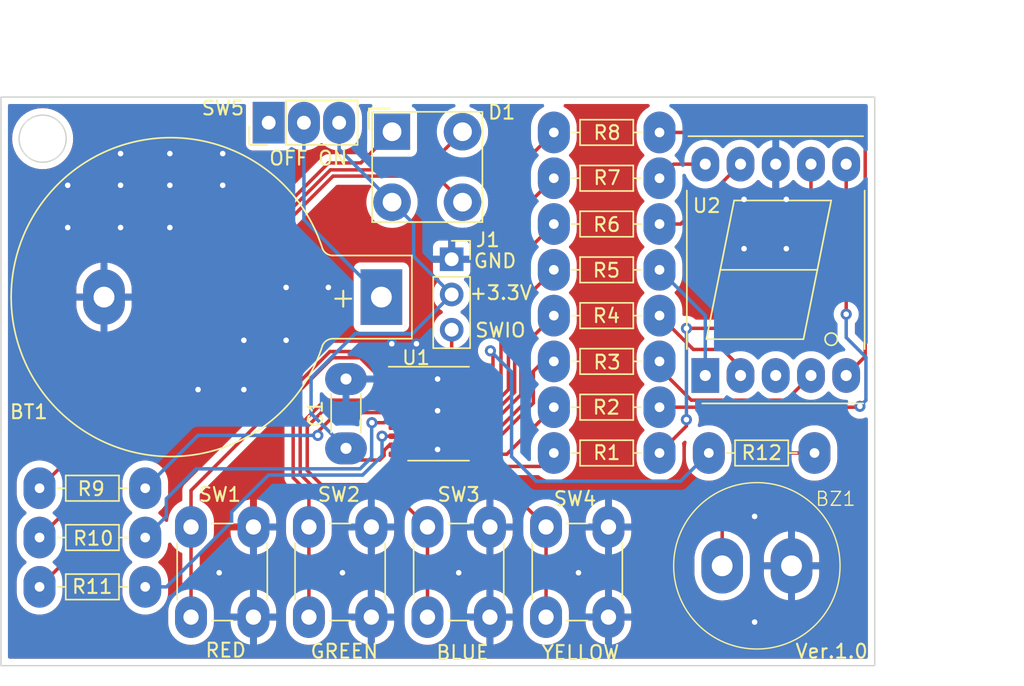
<source format=kicad_pcb>
(kicad_pcb (version 20221018) (generator pcbnew)
  (title_block (title "記憶ゲーム") (date "2024-02-15") (rev "1.0.0") (company "Yuki (denshi-1996)"))
  (layers (0 "F.Cu" signal) (31 "B.Cu" signal) (34 "B.Paste" user) (35 "F.Paste" user) (36 "B.SilkS" user "B.Silkscreen") (37 "F.SilkS" user "F.Silkscreen") (38 "B.Mask" user) (39 "F.Mask" user) (44 "Edge.Cuts" user))
  (net 0 "")
  (net 1 "+3.3V")
  (net 2 "GND")
  (net 3 "Net-(BZ1--)")
  (net 4 "Net-(D1-BK)")
  (net 5 "Net-(D1-GK)")
  (net 6 "Net-(D1-RK)")
  (net 7 "Net-(J1-Pin_3)")
  (net 8 "SEG_A")
  (net 9 "Net-(U2-A)")
  (net 10 "SEG_B")
  (net 11 "Net-(U2-B)")
  (net 12 "SEG_C")
  (net 13 "Net-(U2-C)")
  (net 14 "SEG_D")
  (net 15 "Net-(U2-D)")
  (net 16 "SEG_E")
  (net 17 "Net-(U2-E)")
  (net 18 "SEG_F")
  (net 19 "Net-(U2-F)")
  (net 20 "SEG_G")
  (net 21 "Net-(U2-G)")
  (net 22 "SEG_DP")
  (net 23 "Net-(U2-DP)")
  (net 24 "LED_GREEN")
  (net 25 "LED_RED")
  (net 26 "LED_BLUE")
  (net 27 "BUZZER")
  (net 28 "SW_RED")
  (net 29 "SW_GREEN")
  (net 30 "SW_BLUE")
  (net 31 "SW_YELLOW")
  (net 34 "Net-(BT1-+)")
  (footprint "yuki_lib:R_1_4W" (layer "F.Cu") (at 120.396 124.206 180)
    (fp_text reference "R9" (at 3.896 -0.044) (layer "F.SilkS"))
    (fp_text value "510")
    (fp_line (start 1.27 0) (end 1.89 0) (stroke (width 0.12)) (layer "F.SilkS"))
    (fp_line (start 1.89 -0.92) (end 1.89 0.92) (stroke (width 0.12)) (layer "F.SilkS"))
    (fp_line (start 1.89 0.92) (end 5.73 0.92) (stroke (width 0.12)) (layer "F.SilkS"))
    (fp_line (start 5.73 -0.92) (end 1.89 -0.92) (stroke (width 0.12)) (layer "F.SilkS"))
    (fp_line (start 5.73 0.92) (end 5.73 -0.92) (stroke (width 0.12)) (layer "F.SilkS"))
    (fp_line (start 6.35 0) (end 5.73 0) (stroke (width 0.12)) (layer "F.SilkS"))
    (pad "1" thru_hole oval (at 0 0 180) (size 2.3 3) (drill 0.7) (layers "*.Cu" "*.Mask") (net 25 "LED_RED"))
    (pad "2" thru_hole oval (at 7.62 0 180) (size 2.3 3) (drill 0.7) (layers "*.Cu" "*.Mask") (net 6 "Net-(D1-RK)"))
  )
  (footprint "yuki_lib:R_1_4W" (layer "F.Cu") (at 149.86 121.666)
    (fp_text reference "R1" (at 3.815 -0.016) (layer "F.SilkS"))
    (fp_text value "510")
    (fp_line (start 1.27 0) (end 1.89 0) (stroke (width 0.12)) (layer "F.SilkS"))
    (fp_line (start 1.89 -0.92) (end 1.89 0.92) (stroke (width 0.12)) (layer "F.SilkS"))
    (fp_line (start 1.89 0.92) (end 5.73 0.92) (stroke (width 0.12)) (layer "F.SilkS"))
    (fp_line (start 5.73 -0.92) (end 1.89 -0.92) (stroke (width 0.12)) (layer "F.SilkS"))
    (fp_line (start 5.73 0.92) (end 5.73 -0.92) (stroke (width 0.12)) (layer "F.SilkS"))
    (fp_line (start 6.35 0) (end 5.73 0) (stroke (width 0.12)) (layer "F.SilkS"))
    (pad "1" thru_hole oval (at 0 0) (size 2.3 3) (drill 0.7) (layers "*.Cu" "*.Mask") (net 8 "SEG_A"))
    (pad "2" thru_hole oval (at 7.62 0) (size 2.3 3) (drill 0.7) (layers "*.Cu" "*.Mask") (net 9 "Net-(U2-A)"))
  )
  (footprint "yuki_lib:SW_PUSH_6mm" (layer "F.Cu") (at 140.75 133.5 90)
    (fp_text reference "SW3" (at 8.838 2.25 180) (layer "F.SilkS"))
    (fp_text value "BLUE")
    (fp_line (start -0.25 1.5) (end -0.25 3) (stroke (width 0.12)) (layer "F.SilkS"))
    (fp_line (start 1.27 5.5) (end 5.334 5.5) (stroke (width 0.12)) (layer "F.SilkS"))
    (fp_line (start 5.334 -1) (end 1.27 -1) (stroke (width 0.12)) (layer "F.SilkS"))
    (fp_line (start 6.75 3) (end 6.75 1.5) (stroke (width 0.12)) (layer "F.SilkS"))
    (pad "1" thru_hole oval (at 0 0 180) (size 2.3 3) (drill 1.1) (layers "*.Cu" "*.Mask") (net 30 "SW_BLUE"))
    (pad "1" thru_hole oval (at 6.5 0 180) (size 2.3 3) (drill 1.1) (layers "*.Cu" "*.Mask") (net 30 "SW_BLUE"))
    (pad "2" thru_hole oval (at 0 4.5 180) (size 2.3 3) (drill 1.1) (layers "*.Cu" "*.Mask") (net 2 "GND"))
    (pad "2" thru_hole oval (at 6.5 4.5 180) (size 2.3 3) (drill 1.1) (layers "*.Cu" "*.Mask") (net 2 "GND"))
  )
  (footprint "yuki_lib:AKI_CERAMIC_BUZZER_PKM13EPYH4000-A0" (layer "F.Cu") (at 164.5 129.8)
    (fp_text reference "BZ1" (at 5.675 -4.825 unlocked) (layer "F.SilkS") (effects (font (thickness 0.1))))
    (fp_text value "Buzzer")
    (fp_circle (center 0 0) (end 6 0) (stroke (width 0.1)) (fill none) (layer "F.SilkS"))
    (pad "1" thru_hole oval (at -2.5 0) (size 3 4) (drill 1.5) (layers "*.Cu" "*.Mask") (net 3 "Net-(BZ1--)"))
    (pad "2" thru_hole oval (at 2.5 0) (size 3 4) (drill 1.5) (layers "*.Cu" "*.Mask") (net 2 "GND"))
  )
  (footprint "yuki_lib:R_1_4W" (layer "F.Cu") (at 120.396 131.318 180)
    (fp_text reference "R11" (at 3.821 0.018) (layer "F.SilkS"))
    (fp_text value "100")
    (fp_line (start 1.27 0) (end 1.89 0) (stroke (width 0.12)) (layer "F.SilkS"))
    (fp_line (start 1.89 -0.92) (end 1.89 0.92) (stroke (width 0.12)) (layer "F.SilkS"))
    (fp_line (start 1.89 0.92) (end 5.73 0.92) (stroke (width 0.12)) (layer "F.SilkS"))
    (fp_line (start 5.73 -0.92) (end 1.89 -0.92) (stroke (width 0.12)) (layer "F.SilkS"))
    (fp_line (start 5.73 0.92) (end 5.73 -0.92) (stroke (width 0.12)) (layer "F.SilkS"))
    (fp_line (start 6.35 0) (end 5.73 0) (stroke (width 0.12)) (layer "F.SilkS"))
    (pad "1" thru_hole oval (at 0 0 180) (size 2.3 3) (drill 0.7) (layers "*.Cu" "*.Mask") (net 26 "LED_BLUE"))
    (pad "2" thru_hole oval (at 7.62 0 180) (size 2.3 3) (drill 0.7) (layers "*.Cu" "*.Mask") (net 4 "Net-(D1-BK)"))
  )
  (footprint "yuki_lib:SW_PUSH_6mm" (layer "F.Cu") (at 149.3 133.5 90)
    (fp_text reference "SW4" (at 8.532 2.084 180) (layer "F.SilkS"))
    (fp_text value "YELLOW")
    (fp_line (start -0.25 1.5) (end -0.25 3) (stroke (width 0.12)) (layer "F.SilkS"))
    (fp_line (start 1.27 5.5) (end 5.334 5.5) (stroke (width 0.12)) (layer "F.SilkS"))
    (fp_line (start 5.334 -1) (end 1.27 -1) (stroke (width 0.12)) (layer "F.SilkS"))
    (fp_line (start 6.75 3) (end 6.75 1.5) (stroke (width 0.12)) (layer "F.SilkS"))
    (pad "1" thru_hole oval (at 0 0 180) (size 2.3 3) (drill 1.1) (layers "*.Cu" "*.Mask") (net 31 "SW_YELLOW"))
    (pad "1" thru_hole oval (at 6.5 0 180) (size 2.3 3) (drill 1.1) (layers "*.Cu" "*.Mask") (net 31 "SW_YELLOW"))
    (pad "2" thru_hole oval (at 0 4.5 180) (size 2.3 3) (drill 1.1) (layers "*.Cu" "*.Mask") (net 2 "GND"))
    (pad "2" thru_hole oval (at 6.5 4.5 180) (size 2.3 3) (drill 1.1) (layers "*.Cu" "*.Mask") (net 2 "GND"))
  )
  (footprint "Package_SO:TSSOP-20_4.4x6.5mm_P0.65mm" (layer "F.Cu") (at 141.5465 118.831)
    (fp_text reference "U1" (at -1.6215 -4.031) (layer "F.SilkS"))
    (fp_text value "CH32V003F4P6")
    (fp_line (start 0 -3.385) (end -3.6 -3.385) (stroke (width 0.12)) (layer "F.SilkS"))
    (fp_line (start 0 -3.385) (end 2.2 -3.385) (stroke (width 0.12)) (layer "F.SilkS"))
    (fp_line (start 0 3.385) (end -2.2 3.385) (stroke (width 0.12)) (layer "F.SilkS"))
    (fp_line (start 0 3.385) (end 2.2 3.385) (stroke (width 0.12)) (layer "F.SilkS"))
    (pad "1" smd roundrect (at -2.8625 -2.925) (size 1.475 0.4) (layers "F.Cu" "F.Paste" "F.Mask") (net 28 "SW_RED"))
    (pad "2" smd roundrect (at -2.8625 -2.275) (size 1.475 0.4) (layers "F.Cu" "F.Paste" "F.Mask") (net 29 "SW_GREEN"))
    (pad "3" smd roundrect (at -2.8625 -1.625) (size 1.475 0.4) (layers "F.Cu" "F.Paste" "F.Mask") (net 30 "SW_BLUE"))
    (pad "4" smd roundrect (at -2.8625 -0.975) (size 1.475 0.4) (layers "F.Cu" "F.Paste" "F.Mask") (net 31 "SW_YELLOW"))
    (pad "5" smd roundrect (at -2.8625 -0.325) (size 1.475 0.4) (layers "F.Cu" "F.Paste" "F.Mask") (net 25 "LED_RED"))
    (pad "6" smd roundrect (at -2.8625 0.325) (size 1.475 0.4) (layers "F.Cu" "F.Paste" "F.Mask") (net 24 "LED_GREEN"))
    (pad "7" smd roundrect (at -2.8625 0.975) (size 1.475 0.4) (layers "F.Cu" "F.Paste" "F.Mask") (net 2 "GND"))
    (pad "8" smd roundrect (at -2.8625 1.625) (size 1.475 0.4) (layers "F.Cu" "F.Paste" "F.Mask") (net 26 "LED_BLUE"))
    (pad "9" smd roundrect (at -2.8625 2.275) (size 1.475 0.4) (layers "F.Cu" "F.Paste" "F.Mask") (net 1 "+3.3V"))
    (pad "10" smd roundrect (at -2.8625 2.925) (size 1.475 0.4) (layers "F.Cu" "F.Paste" "F.Mask") (net 8 "SEG_A"))
    (pad "11" smd roundrect (at 2.8625 2.925) (size 1.475 0.4) (layers "F.Cu" "F.Paste" "F.Mask") (net 10 "SEG_B"))
    (pad "12" smd roundrect (at 2.8625 2.275) (size 1.475 0.4) (layers "F.Cu" "F.Paste" "F.Mask") (net 12 "SEG_C"))
    (pad "13" smd roundrect (at 2.8625 1.625) (size 1.475 0.4) (layers "F.Cu" "F.Paste" "F.Mask") (net 14 "SEG_D"))
    (pad "14" smd roundrect (at 2.8625 0.975) (size 1.475 0.4) (layers "F.Cu" "F.Paste" "F.Mask") (net 16 "SEG_E"))
    (pad "15" smd roundrect (at 2.8625 0.325) (size 1.475 0.4) (layers "F.Cu" "F.Paste" "F.Mask") (net 18 "SEG_F"))
    (pad "16" smd roundrect (at 2.8625 -0.325) (size 1.475 0.4) (layers "F.Cu" "F.Paste" "F.Mask") (net 20 "SEG_G"))
    (pad "17" smd roundrect (at 2.8625 -0.975) (size 1.475 0.4) (layers "F.Cu" "F.Paste" "F.Mask") (net 22 "SEG_DP"))
    (pad "18" smd roundrect (at 2.8625 -1.625) (size 1.475 0.4) (layers "F.Cu" "F.Paste" "F.Mask") (net 7 "Net-(J1-Pin_3)"))
    (pad "19" smd roundrect (at 2.8625 -2.275) (size 1.475 0.4) (layers "F.Cu" "F.Paste" "F.Mask") (net 27 "BUZZER"))
    (pad "20" smd roundrect (at 2.8625 -2.925) (size 1.475 0.4) (layers "F.Cu" "F.Paste" "F.Mask"))
  )
  (footprint "yuki_lib:R_1_4W" (layer "F.Cu") (at 149.86 118.364)
    (fp_text reference "R2" (at 3.79 0.011) (layer "F.SilkS"))
    (fp_text value "510")
    (fp_line (start 1.27 0) (end 1.89 0) (stroke (width 0.12)) (layer "F.SilkS"))
    (fp_line (start 1.89 -0.92) (end 1.89 0.92) (stroke (width 0.12)) (layer "F.SilkS"))
    (fp_line (start 1.89 0.92) (end 5.73 0.92) (stroke (width 0.12)) (layer "F.SilkS"))
    (fp_line (start 5.73 -0.92) (end 1.89 -0.92) (stroke (width 0.12)) (layer "F.SilkS"))
    (fp_line (start 5.73 0.92) (end 5.73 -0.92) (stroke (width 0.12)) (layer "F.SilkS"))
    (fp_line (start 6.35 0) (end 5.73 0) (stroke (width 0.12)) (layer "F.SilkS"))
    (pad "1" thru_hole oval (at 0 0) (size 2.3 3) (drill 0.7) (layers "*.Cu" "*.Mask") (net 10 "SEG_B"))
    (pad "2" thru_hole oval (at 7.62 0) (size 2.3 3) (drill 0.7) (layers "*.Cu" "*.Mask") (net 11 "Net-(U2-B)"))
  )
  (footprint "yuki_lib:R_1_4W" (layer "F.Cu") (at 168.656 121.666 180)
    (fp_text reference "R12" (at 3.806 0.016) (layer "F.SilkS"))
    (fp_text value "100")
    (fp_line (start 1.27 0) (end 1.89 0) (stroke (width 0.12)) (layer "F.SilkS"))
    (fp_line (start 1.89 -0.92) (end 1.89 0.92) (stroke (width 0.12)) (layer "F.SilkS"))
    (fp_line (start 1.89 0.92) (end 5.73 0.92) (stroke (width 0.12)) (layer "F.SilkS"))
    (fp_line (start 5.73 -0.92) (end 1.89 -0.92) (stroke (width 0.12)) (layer "F.SilkS"))
    (fp_line (start 5.73 0.92) (end 5.73 -0.92) (stroke (width 0.12)) (layer "F.SilkS"))
    (fp_line (start 6.35 0) (end 5.73 0) (stroke (width 0.12)) (layer "F.SilkS"))
    (pad "1" thru_hole oval (at 0 0 180) (size 2.3 3) (drill 0.7) (layers "*.Cu" "*.Mask") (net 3 "Net-(BZ1--)"))
    (pad "2" thru_hole oval (at 7.62 0 180) (size 2.3 3) (drill 0.7) (layers "*.Cu" "*.Mask") (net 27 "BUZZER"))
  )
  (footprint "yuki_lib:R_1_4W" (layer "F.Cu") (at 149.86 111.76)
    (fp_text reference "R4" (at 3.79 0.015) (layer "F.SilkS"))
    (fp_text value "510")
    (fp_line (start 1.27 0) (end 1.89 0) (stroke (width 0.12)) (layer "F.SilkS"))
    (fp_line (start 1.89 -0.92) (end 1.89 0.92) (stroke (width 0.12)) (layer "F.SilkS"))
    (fp_line (start 1.89 0.92) (end 5.73 0.92) (stroke (width 0.12)) (layer "F.SilkS"))
    (fp_line (start 5.73 -0.92) (end 1.89 -0.92) (stroke (width 0.12)) (layer "F.SilkS"))
    (fp_line (start 5.73 0.92) (end 5.73 -0.92) (stroke (width 0.12)) (layer "F.SilkS"))
    (fp_line (start 6.35 0) (end 5.73 0) (stroke (width 0.12)) (layer "F.SilkS"))
    (pad "1" thru_hole oval (at 0 0) (size 2.3 3) (drill 0.7) (layers "*.Cu" "*.Mask") (net 14 "SEG_D"))
    (pad "2" thru_hole oval (at 7.62 0) (size 2.3 3) (drill 0.7) (layers "*.Cu" "*.Mask") (net 15 "Net-(U2-D)"))
  )
  (footprint "yuki_lib:Yuki_PinHeader_1x03_P2.54mm_Vertical" (layer "F.Cu") (at 129.3 97.85 90)
    (fp_text reference "SW5" (at 1.05 -3.3 180) (layer "F.SilkS"))
    (fp_text value "SW_SPDT")
    (fp_line (start -1.61 1.25) (end 1.59 1.25) (stroke (width 0.12)) (layer "F.SilkS"))
    (fp_line (start -1.6 -1.4) (end -0.27 -1.4) (stroke (width 0.12)) (layer "F.SilkS"))
    (fp_line (start -1.6 -0.07) (end -1.6 -1.4) (stroke (width 0.12)) (layer "F.SilkS"))
    (fp_line (start -1.6 1.27) (end -1.6 6.41) (stroke (width 0.12)) (layer "F.SilkS"))
    (fp_line (start -1.6 6.41) (end 1.6 6.41) (stroke (width 0.12)) (layer "F.SilkS"))
    (fp_line (start 1.6 1.27) (end 1.6 6.41) (stroke (width 0.12)) (layer "F.SilkS"))
    (pad "1" thru_hole rect (at 0 0 90) (size 3 2.3) (drill 1) (layers "*.Cu" "*.Mask"))
    (pad "2" thru_hole oval (at 0 2.54 90) (size 3 2.3) (drill 1) (layers "*.Cu" "*.Mask") (net 34 "Net-(BT1-+)"))
    (pad "3" thru_hole oval (at 0 5.08 90) (size 3 2.3) (drill 1) (layers "*.Cu" "*.Mask") (net 1 "+3.3V"))
  )
  (footprint "yuki_lib:R_1_4W" (layer "F.Cu") (at 149.86 98.552)
    (fp_text reference "R8" (at 3.84 0.023) (layer "F.SilkS"))
    (fp_text value "510")
    (fp_line (start 1.27 0) (end 1.89 0) (stroke (width 0.12)) (layer "F.SilkS"))
    (fp_line (start 1.89 -0.92) (end 1.89 0.92) (stroke (width 0.12)) (layer "F.SilkS"))
    (fp_line (start 1.89 0.92) (end 5.73 0.92) (stroke (width 0.12)) (layer "F.SilkS"))
    (fp_line (start 5.73 -0.92) (end 1.89 -0.92) (stroke (width 0.12)) (layer "F.SilkS"))
    (fp_line (start 5.73 0.92) (end 5.73 -0.92) (stroke (width 0.12)) (layer "F.SilkS"))
    (fp_line (start 6.35 0) (end 5.73 0) (stroke (width 0.12)) (layer "F.SilkS"))
    (pad "1" thru_hole oval (at 0 0) (size 2.3 3) (drill 0.7) (layers "*.Cu" "*.Mask") (net 22 "SEG_DP"))
    (pad "2" thru_hole oval (at 7.62 0) (size 2.3 3) (drill 0.7) (layers "*.Cu" "*.Mask") (net 23 "Net-(U2-DP)"))
  )
  (footprint "yuki_lib:R_1_4W" (layer "F.Cu") (at 149.86 105.156)
    (fp_text reference "R6" (at 3.815 0.044) (layer "F.SilkS"))
    (fp_text value "510")
    (fp_line (start 1.27 0) (end 1.89 0) (stroke (width 0.12)) (layer "F.SilkS"))
    (fp_line (start 1.89 -0.92) (end 1.89 0.92) (stroke (width 0.12)) (layer "F.SilkS"))
    (fp_line (start 1.89 0.92) (end 5.73 0.92) (stroke (width 0.12)) (layer "F.SilkS"))
    (fp_line (start 5.73 -0.92) (end 1.89 -0.92) (stroke (width 0.12)) (layer "F.SilkS"))
    (fp_line (start 5.73 0.92) (end 5.73 -0.92) (stroke (width 0.12)) (layer "F.SilkS"))
    (fp_line (start 6.35 0) (end 5.73 0) (stroke (width 0.12)) (layer "F.SilkS"))
    (pad "1" thru_hole oval (at 0 0) (size 2.3 3) (drill 0.7) (layers "*.Cu" "*.Mask") (net 18 "SEG_F"))
    (pad "2" thru_hole oval (at 7.62 0) (size 2.3 3) (drill 0.7) (layers "*.Cu" "*.Mask") (net 19 "Net-(U2-F)"))
  )
  (footprint "yuki_lib:7SegmentLED_LTS6760_LTS6780" (layer "F.Cu") (at 160.782 116.078 90)
    (fp_text reference "U2" (at 12.2428 0.1016 180) (layer "F.SilkS"))
    (fp_text value "D148K")
    (fp_line (start -2.015 -0.22) (end -2.015 11.38) (stroke (width 0.12)) (layer "F.SilkS"))
    (fp_line (start 1.905 -1.33) (end 13.335 -1.33) (stroke (width 0.12)) (layer "F.SilkS"))
    (fp_line (start 1.905 11.49) (end 13.335 11.49) (stroke (width 0.12)) (layer "F.SilkS"))
    (fp_line (start 2.62 0.08) (end 2.62 7.08) (stroke (width 0.12)) (layer "F.SilkS"))
    (fp_line (start 2.62 7.08) (end 7.62 8.08) (stroke (width 0.12)) (layer "F.SilkS"))
    (fp_line (start 7.62 1.08) (end 2.62 0.08) (stroke (width 0.12)) (layer "F.SilkS"))
    (fp_line (start 7.62 8.08) (end 7.62 1.08) (stroke (width 0.12)) (layer "F.SilkS"))
    (fp_line (start 12.62 2.08) (end 7.62 1.08) (stroke (width 0.12)) (layer "F.SilkS"))
    (fp_line (start 12.62 2.08) (end 12.62 9.08) (stroke (width 0.12)) (layer "F.SilkS"))
    (fp_line (start 12.62 9.08) (end 7.62 8.08) (stroke (width 0.12)) (layer "F.SilkS"))
    (fp_line (start 17.255 11.38) (end 17.255 -1.22) (stroke (width 0.12)) (layer "F.SilkS"))
    (fp_circle (center 2.62 9.08) (end 3.067214 9.08) (stroke (width 0.12)) (fill none) (layer "F.SilkS"))
    (pad "1" thru_hole rect (at 0 0) (size 2 2.5) (drill 0.8) (layers "*.Cu" "*.Mask") (net 17 "Net-(U2-E)"))
    (pad "2" thru_hole oval (at 0 2.54) (size 2 2.5) (drill 0.8) (layers "*.Cu" "*.Mask") (net 15 "Net-(U2-D)"))
    (pad "3" thru_hole oval (at 0 5.08) (size 2 2.5) (drill 0.8) (layers "*.Cu" "*.Mask"))
    (pad "4" thru_hole oval (at 0 7.62) (size 2 2.5) (drill 0.8) (layers "*.Cu" "*.Mask") (net 13 "Net-(U2-C)"))
    (pad "5" thru_hole oval (at 0 10.16) (size 2 2.5) (drill 0.8) (layers "*.Cu" "*.Mask") (net 23 "Net-(U2-DP)"))
    (pad "6" thru_hole oval (at 15.24 10.16) (size 2 2.5) (drill 0.8) (layers "*.Cu" "*.Mask") (net 11 "Net-(U2-B)"))
    (pad "7" thru_hole oval (at 15.24 7.62) (size 2 2.5) (drill 0.8) (layers "*.Cu" "*.Mask") (net 9 "Net-(U2-A)"))
    (pad "8" thru_hole oval (at 15.24 5.08) (size 2 2.5) (drill 0.8) (layers "*.Cu" "*.Mask") (net 2 "GND"))
    (pad "9" thru_hole oval (at 15.24 2.54) (size 2 2.5) (drill 0.8) (layers "*.Cu" "*.Mask") (net 19 "Net-(U2-F)"))
    (pad "10" thru_hole oval (at 15.24 0) (size 2 2.5) (drill 0.8) (layers "*.Cu" "*.Mask") (net 21 "Net-(U2-G)"))
  )
  (footprint "yuki_lib:Coin_Cell_Batt_CR2032" (layer "F.Cu") (at 137.425 110.425 180)
    (fp_text reference "BT1" (at 25.425 -8.275) (layer "F.SilkS"))
    (fp_text value "Battery")
    (fp_text user "+" (at 2.75 0) (layer "F.SilkS") (effects (font (size 1.5 1.5))))
    (fp_line (start -2.2 -3) (end 3.5 -3) (stroke (width 0.12)) (layer "F.SilkS"))
    (fp_line (start -2.2 3) (end -2.2 -3) (stroke (width 0.12)) (layer "F.SilkS"))
    (fp_line (start -2.2 3) (end 3.5 3) (stroke (width 0.12)) (layer "F.SilkS"))
    (fp_arc (start 3.5 3) (mid 3.950694 3.136459) (end 4.25 3.5) (stroke (width 0.12)) (layer "F.SilkS"))
    (fp_arc (start 4.25 -3.5) (mid 3.950694 -3.136459) (end 3.5 -3) (stroke (width 0.12)) (layer "F.SilkS"))
    (fp_arc (start 4.25 -3.5) (mid 16.971103 -11.358466) (end 26.695671 0) (stroke (width 0.12)) (layer "F.SilkS"))
    (fp_arc (start 26.695671 0) (mid 16.971103 11.358466) (end 4.25 3.5) (stroke (width 0.12)) (layer "F.SilkS"))
    (pad "1" thru_hole rect (at 0 0 180) (size 3 4) (drill 1.5) (layers "*.Cu" "*.Mask") (net 34 "Net-(BT1-+)"))
    (pad "2" thru_hole oval (at 20 0 180) (size 3 4) (drill 1.5) (layers "*.Cu" "*.Mask") (net 2 "GND"))
  )
  (footprint "yuki_lib:C_DISK_P5.0mm" (layer "F.Cu") (at 134.874 121.332 90)
    (fp_text reference "C1" (at 2.5 -2.2 90) (layer "F.SilkS"))
    (fp_text value "0.1u")
    (fp_line (start 1.143 -1.07) (end 3.937 -1.07) (stroke (width 0.12)) (layer "F.SilkS"))
    (fp_line (start 1.143 1.07) (end 3.937 1.07) (stroke (width 0.12)) (layer "F.SilkS"))
    (pad "1" thru_hole oval (at 0 0 90) (size 2.3 3) (drill 0.8) (layers "*.Cu" "*.Mask") (net 1 "+3.3V"))
    (pad "2" thru_hole oval (at 5 0 90) (size 2.3 3) (drill 0.8) (layers "*.Cu" "*.Mask") (net 2 "GND"))
  )
  (footprint "yuki_lib:SW_PUSH_6mm" (layer "F.Cu") (at 132.2 133.5 90)
    (fp_text reference "SW2" (at 8.838 2.164 180) (layer "F.SilkS"))
    (fp_text value "GREEN")
    (fp_line (start -0.25 1.5) (end -0.25 3) (stroke (width 0.12)) (layer "F.SilkS"))
    (fp_line (start 1.27 5.5) (end 5.334 5.5) (stroke (width 0.12)) (layer "F.SilkS"))
    (fp_line (start 5.334 -1) (end 1.27 -1) (stroke (width 0.12)) (layer "F.SilkS"))
    (fp_line (start 6.75 3) (end 6.75 1.5) (stroke (width 0.12)) (layer "F.SilkS"))
    (pad "1" thru_hole oval (at 0 0 180) (size 2.3 3) (drill 1.1) (layers "*.Cu" "*.Mask") (net 29 "SW_GREEN"))
    (pad "1" thru_hole oval (at 6.5 0 180) (size 2.3 3) (drill 1.1) (layers "*.Cu" "*.Mask") (net 29 "SW_GREEN"))
    (pad "2" thru_hole oval (at 0 4.5 180) (size 2.3 3) (drill 1.1) (layers "*.Cu" "*.Mask") (net 2 "GND"))
    (pad "2" thru_hole oval (at 6.5 4.5 180) (size 2.3 3) (drill 1.1) (layers "*.Cu" "*.Mask") (net 2 "GND"))
  )
  (footprint "yuki_lib:R_1_4W" (layer "F.Cu") (at 149.86 101.854)
    (fp_text reference "R7" (at 3.84 -0.029) (layer "F.SilkS"))
    (fp_text value "510")
    (fp_line (start 1.27 0) (end 1.89 0) (stroke (width 0.12)) (layer "F.SilkS"))
    (fp_line (start 1.89 -0.92) (end 1.89 0.92) (stroke (width 0.12)) (layer "F.SilkS"))
    (fp_line (start 1.89 0.92) (end 5.73 0.92) (stroke (width 0.12)) (layer "F.SilkS"))
    (fp_line (start 5.73 -0.92) (end 1.89 -0.92) (stroke (width 0.12)) (layer "F.SilkS"))
    (fp_line (start 5.73 0.92) (end 5.73 -0.92) (stroke (width 0.12)) (layer "F.SilkS"))
    (fp_line (start 6.35 0) (end 5.73 0) (stroke (width 0.12)) (layer "F.SilkS"))
    (pad "1" thru_hole oval (at 0 0) (size 2.3 3) (drill 0.7) (layers "*.Cu" "*.Mask") (net 20 "SEG_G"))
    (pad "2" thru_hole oval (at 7.62 0) (size 2.3 3) (drill 0.7) (layers "*.Cu" "*.Mask") (net 21 "Net-(U2-G)"))
  )
  (footprint "yuki_lib:R_1_4W" (layer "F.Cu") (at 120.396 127.762 180)
    (fp_text reference "R10" (at 3.746 -0.063) (layer "F.SilkS"))
    (fp_text value "100")
    (fp_line (start 1.27 0) (end 1.89 0) (stroke (width 0.12)) (layer "F.SilkS"))
    (fp_line (start 1.89 -0.92) (end 1.89 0.92) (stroke (width 0.12)) (layer "F.SilkS"))
    (fp_line (start 1.89 0.92) (end 5.73 0.92) (stroke (width 0.12)) (layer "F.SilkS"))
    (fp_line (start 5.73 -0.92) (end 1.89 -0.92) (stroke (width 0.12)) (layer "F.SilkS"))
    (fp_line (start 5.73 0.92) (end 5.73 -0.92) (stroke (width 0.12)) (layer "F.SilkS"))
    (fp_line (start 6.35 0) (end 5.73 0) (stroke (width 0.12)) (layer "F.SilkS"))
    (pad "1" thru_hole oval (at 0 0 180) (size 2.3 3) (drill 0.7) (layers "*.Cu" "*.Mask") (net 24 "LED_GREEN"))
    (pad "2" thru_hole oval (at 7.62 0 180) (size 2.3 3) (drill 0.7) (layers "*.Cu" "*.Mask") (net 5 "Net-(D1-GK)"))
  )
  (footprint "yuki_lib:R_1_4W" (layer "F.Cu") (at 149.86 108.458)
    (fp_text reference "R5" (at 3.79 0.042) (layer "F.SilkS"))
    (fp_text value "510")
    (fp_line (start 1.27 0) (end 1.89 0) (stroke (width 0.12)) (layer "F.SilkS"))
    (fp_line (start 1.89 -0.92) (end 1.89 0.92) (stroke (width 0.12)) (layer "F.SilkS"))
    (fp_line (start 1.89 0.92) (end 5.73 0.92) (stroke (width 0.12)) (layer "F.SilkS"))
    (fp_line (start 5.73 -0.92) (end 1.89 -0.92) (stroke (width 0.12)) (layer "F.SilkS"))
    (fp_line (start 5.73 0.92) (end 5.73 -0.92) (stroke (width 0.12)) (layer "F.SilkS"))
    (fp_line (start 6.35 0) (end 5.73 0) (stroke (width 0.12)) (layer "F.SilkS"))
    (pad "1" thru_hole oval (at 0 0) (size 2.3 3) (drill 0.7) (layers "*.Cu" "*.Mask") (net 16 "SEG_E"))
    (pad "2" thru_hole oval (at 7.62 0) (size 2.3 3) (drill 0.7) (layers "*.Cu" "*.Mask") (net 17 "Net-(U2-E)"))
  )
  (footprint "yuki_lib:SW_PUSH_6mm" (layer "F.Cu") (at 123.7 133.5 90)
    (fp_text reference "SW1" (at 8.838 2.078 180) (layer "F.SilkS"))
    (fp_text value "RED")
    (fp_line (start -0.25 1.5) (end -0.25 3) (stroke (width 0.12)) (layer "F.SilkS"))
    (fp_line (start 1.27 5.5) (end 5.334 5.5) (stroke (width 0.12)) (layer "F.SilkS"))
    (fp_line (start 5.334 -1) (end 1.27 -1) (stroke (width 0.12)) (layer "F.SilkS"))
    (fp_line (start 6.75 3) (end 6.75 1.5) (stroke (width 0.12)) (layer "F.SilkS"))
    (pad "1" thru_hole oval (at 0 0 180) (size 2.3 3) (drill 1.1) (layers "*.Cu" "*.Mask") (net 28 "SW_RED"))
    (pad "1" thru_hole oval (at 6.5 0 180) (size 2.3 3) (drill 1.1) (layers "*.Cu" "*.Mask") (net 28 "SW_RED"))
    (pad "2" thru_hole oval (at 0 4.5 180) (size 2.3 3) (drill 1.1) (layers "*.Cu" "*.Mask") (net 2 "GND"))
    (pad "2" thru_hole oval (at 6.5 4.5 180) (size 2.3 3) (drill 1.1) (layers "*.Cu" "*.Mask") (net 2 "GND"))
  )
  (footprint "Connector_PinSocket_2.54mm:PinSocket_1x03_P2.54mm_Vertical" (layer "F.Cu") (at 142.494 107.696)
    (fp_text reference "J1" (at 2.606 -1.396) (layer "F.SilkS"))
    (fp_text value "Conn_01x03")
    (fp_line (start -1.33 1.27) (end -1.33 6.41) (stroke (width 0.12)) (layer "F.SilkS"))
    (fp_line (start -1.33 1.27) (end 1.33 1.27) (stroke (width 0.12)) (layer "F.SilkS"))
    (fp_line (start -1.33 6.41) (end 1.33 6.41) (stroke (width 0.12)) (layer "F.SilkS"))
    (fp_line (start 0 -1.33) (end 1.33 -1.33) (stroke (width 0.12)) (layer "F.SilkS"))
    (fp_line (start 1.33 -1.33) (end 1.33 0) (stroke (width 0.12)) (layer "F.SilkS"))
    (fp_line (start 1.33 1.27) (end 1.33 6.41) (stroke (width 0.12)) (layer "F.SilkS"))
    (pad "1" thru_hole rect (at 0 0) (size 1.7 1.7) (drill 1) (layers "*.Cu" "*.Mask") (net 2 "GND"))
    (pad "2" thru_hole oval (at 0 2.54) (size 1.7 1.7) (drill 1) (layers "*.Cu" "*.Mask") (net 1 "+3.3V"))
    (pad "3" thru_hole oval (at 0 5.08) (size 1.7 1.7) (drill 1) (layers "*.Cu" "*.Mask") (net 7 "Net-(J1-Pin_3)"))
  )
  (footprint "yuki_lib:R_1_4W" (layer "F.Cu") (at 149.86 115.062)
    (fp_text reference "R3" (at 3.84 0.063) (layer "F.SilkS"))
    (fp_text value "510")
    (fp_line (start 1.27 0) (end 1.89 0) (stroke (width 0.12)) (layer "F.SilkS"))
    (fp_line (start 1.89 -0.92) (end 1.89 0.92) (stroke (width 0.12)) (layer "F.SilkS"))
    (fp_line (start 1.89 0.92) (end 5.73 0.92) (stroke (width 0.12)) (layer "F.SilkS"))
    (fp_line (start 5.73 -0.92) (end 1.89 -0.92) (stroke (width 0.12)) (layer "F.SilkS"))
    (fp_line (start 5.73 0.92) (end 5.73 -0.92) (stroke (width 0.12)) (layer "F.SilkS"))
    (fp_line (start 6.35 0) (end 5.73 0) (stroke (width 0.12)) (layer "F.SilkS"))
    (pad "1" thru_hole oval (at 0 0) (size 2.3 3) (drill 0.7) (layers "*.Cu" "*.Mask") (net 12 "SEG_C"))
    (pad "2" thru_hole oval (at 7.62 0) (size 2.3 3) (drill 0.7) (layers "*.Cu" "*.Mask") (net 13 "Net-(U2-C)"))
  )
  (footprint "yuki_lib:LED_BL-FL7680RGB" (layer "F.Cu") (at 138.195 98.5)
    (fp_text reference "D1" (at 7.905 -1.4) (layer "F.SilkS"))
    (fp_text value "LED_ABGR")
    (fp_line (start -1.675 -1.675) (end -0.185 -1.675) (stroke (width 0.12)) (layer "F.SilkS"))
    (fp_line (start -1.675 -0.185) (end -1.675 -1.675) (stroke (width 0.12)) (layer "F.SilkS"))
    (fp_line (start -1.435 -1.435) (end -1.435 6.515) (stroke (width 0.12)) (layer "F.SilkS"))
    (fp_line (start -1.435 6.515) (end 6.515 6.515) (stroke (width 0.12)) (layer "F.SilkS"))
    (fp_line (start 6.515 -1.435) (end -1.435 -1.435) (stroke (width 0.12)) (layer "F.SilkS"))
    (fp_line (start 6.515 6.515) (end 6.515 -1.435) (stroke (width 0.12)) (layer "F.SilkS"))
    (pad "1" thru_hole circle (at 0 5.08) (size 2.7 2.7) (drill 1.35) (layers "*.Cu" "*.Mask") (net 1 "+3.3V"))
    (pad "2" thru_hole circle (at 5.08 5.08) (size 2.7 2.7) (drill 1.35) (layers "*.Cu" "*.Mask") (net 4 "Net-(D1-BK)"))
    (pad "3" thru_hole circle (at 5.08 0) (size 2.7 2.7) (drill 1.35) (layers "*.Cu" "*.Mask") (net 5 "Net-(D1-GK)"))
    (pad "4" thru_hole rect (at 0 0) (size 2.6 2.6) (drill 1.35) (layers "*.Cu" "*.Mask") (net 6 "Net-(D1-RK)"))
  )
  (gr_circle (center 113 99) (end 114.7 99) (stroke (width 0.1)) (fill none) (layer "Edge.Cuts"))
  (gr_line (start 110 137) (end 110 96) (stroke (width 0.1)) (layer "Edge.Cuts"))
  (gr_line (start 173 137) (end 110 137) (stroke (width 0.1)) (layer "Edge.Cuts"))
  (gr_line (start 110 96) (end 173 96) (stroke (width 0.1)) (layer "Edge.Cuts"))
  (gr_line (start 173 96) (end 173 137) (stroke (width 0.1)) (layer "Edge.Cuts"))
  (gr_text "RED\n" (at 124.65 136.475) (layer "F.SilkS") (effects (font (size 1 1)) (justify left bottom)))
  (gr_text "+3.3V\n" (at 143.7 110.7) (layer "F.SilkS") (effects (font (size 1 1)) (justify left bottom)))
  (gr_text "GND" (at 144 108.4) (layer "F.SilkS") (effects (font (size 1 1)) (justify left bottom)))
  (gr_text "BLUE\n\n" (at 141.3 138.25) (layer "F.SilkS") (effects (font (size 1 1)) (justify left bottom)))
  (gr_text "SWIO" (at 144.1 113.4) (layer "F.SilkS") (effects (font (size 1 1)) (justify left bottom)))
  (gr_text "OFF ON" (at 129.25 101) (layer "F.SilkS") (effects (font (size 1 1)) (justify left bottom)))
  (gr_text "GREEN\n" (at 132.225 136.55) (layer "F.SilkS") (effects (font (size 1 1)) (justify left bottom)))
  (gr_text "Ver.1.0\n" (at 167.2 136.55) (layer "F.SilkS") (effects (font (size 1 1)) (justify left bottom)))
  (gr_text "YELLOW" (at 148.9 136.65) (layer "F.SilkS") (effects (font (size 1 1)) (justify left bottom)))
  (segment (start 141.986 109.728) (end 142.494 110.236) (width 0.25) (layer "F.Cu") (net 1))
  (segment (start 135.716 122.174) (end 134.874 121.332) (width 0.25) (layer "F.Cu") (net 1))
  (segment (start 137.6215 121.479958) (end 137.6215 121.850229) (width 0.25) (layer "F.Cu") (net 1))
  (segment (start 137.995458 121.106) (end 137.6215 121.479958) (width 0.25) (layer "F.Cu") (net 1))
  (segment (start 138.684 121.106) (end 137.995458 121.106) (width 0.25) (layer "F.Cu") (net 1))
  (segment (start 137.6215 121.850229) (end 137.297729 122.174) (width 0.25) (layer "F.Cu") (net 1))
  (segment (start 137.297729 122.174) (end 135.716 122.174) (width 0.25) (layer "F.Cu") (net 1))
  (segment (start 134.38 97.85) (end 134.38 99.765) (width 0.25) (layer "B.Cu") (net 1))
  (segment (start 139.663 113.067) (end 135.533 113.067) (width 0.25) (layer "B.Cu") (net 1))
  (segment (start 132.356347 116.243653) (end 132.356347 118.814347) (width 0.25) (layer "B.Cu") (net 1))
  (segment (start 142.494 110.236) (end 139.663 113.067) (width 0.25) (layer "B.Cu") (net 1))
  (segment (start 139.75 107.492) (end 139.75 105.135) (width 0.25) (layer "B.Cu") (net 1))
  (segment (start 139.75 105.135) (end 138.195 103.58) (width 0.25) (layer "B.Cu") (net 1))
  (segment (start 135.533 113.067) (end 132.356347 116.243653) (width 0.25) (layer "B.Cu") (net 1))
  (segment (start 134.38 99.765) (end 138.195 103.58) (width 0.25) (layer "B.Cu") (net 1))
  (segment (start 142.494 110.236) (end 139.75 107.492) (width 0.25) (layer "B.Cu") (net 1))
  (segment (start 132.356347 118.814347) (end 134.874 121.332) (width 0.25) (layer "B.Cu") (net 1))
  (segment (start 140.208 119.634) (end 140.036 119.806) (width 0.25) (layer "F.Cu") (net 2))
  (segment (start 138.684 119.806) (end 140.036 119.806) (width 0.25) (layer "F.Cu") (net 2))
  (via (at 164.338 133.858) (size 0.8) (drill 0.4) (layers "F.Cu" "B.Cu") (net 2))
  (via (at 127.508 113.538) (size 0.8) (drill 0.4) (layers "F.Cu" "B.Cu") (net 2))
  (via (at 130.556 113.538) (size 0.8) (drill 0.4) (layers "F.Cu" "B.Cu") (net 2))
  (via (at 143.002 130.302) (size 0.8) (drill 0.4) (layers "F.Cu" "B.Cu") (net 2))
  (via (at 118.618 102.362) (size 0.8) (drill 0.4) (layers "F.Cu" "B.Cu") (net 2))
  (via (at 127.508 117.094) (size 0.8) (drill 0.4) (layers "F.Cu" "B.Cu") (net 2))
  (via (at 133.604 109.728) (size 0.8) (drill 0.4) (layers "F.Cu" "B.Cu") (net 2))
  (via (at 125.73 130.302) (size 0.8) (drill 0.4) (layers "F.Cu" "B.Cu") (net 2))
  (via (at 141.478 116.332) (size 0.8) (drill 0.4) (layers "F.Cu" "B.Cu") (net 2))
  (via (at 114.808 102.362) (size 0.8) (drill 0.4) (layers "F.Cu" "B.Cu") (net 2))
  (via (at 141.478 121.412) (size 0.8) (drill 0.4) (layers "F.Cu" "B.Cu") (net 2))
  (via (at 125.984 100.076) (size 0.8) (drill 0.4) (layers "F.Cu" "B.Cu") (net 2))
  (via (at 124.206 117.094) (size 0.8) (drill 0.4) (layers "F.Cu" "B.Cu") (net 2))
  (via (at 141.478 118.618) (size 0.8) (drill 0.4) (layers "F.Cu" "B.Cu") (net 2))
  (via (at 122.174 100.076) (size 0.8) (drill 0.4) (layers "F.Cu" "B.Cu") (net 2))
  (via (at 122.174 105.41) (size 0.8) (drill 0.4) (layers "F.Cu" "B.Cu") (net 2))
  (via (at 151.638 130.302) (size 0.8) (drill 0.4) (layers "F.Cu" "B.Cu") (net 2))
  (via (at 122.174 102.362) (size 0.8) (drill 0.4) (layers "F.Cu" "B.Cu") (net 2))
  (via (at 125.984 102.362) (size 0.8) (drill 0.4) (layers "F.Cu" "B.Cu") (net 2))
  (via (at 130.556 109.728) (size 0.8) (drill 0.4) (layers "F.Cu" "B.Cu") (net 2))
  (via (at 134.62 130.302) (size 0.8) (drill 0.4) (layers "F.Cu" "B.Cu") (net 2))
  (via (at 166.624 106.934) (size 0.8) (drill 0.4) (layers "F.Cu" "B.Cu") (net 2))
  (via (at 118.618 100.076) (size 0.8) (drill 0.4) (layers "F.Cu" "B.Cu") (net 2))
  (via (at 163.576 106.934) (size 0.8) (drill 0.4) (layers "F.Cu" "B.Cu") (net 2))
  (via (at 114.808 105.41) (size 0.8) (drill 0.4) (layers "F.Cu" "B.Cu") (net 2))
  (via (at 118.618 105.41) (size 0.8) (drill 0.4) (layers "F.Cu" "B.Cu") (net 2))
  (via (at 138.176 113.792) (size 0.8) (drill 0.4) (layers "F.Cu" "B.Cu") (net 2))
  (via (at 164.338 126.238) (size 0.8) (drill 0.4) (layers "F.Cu" "B.Cu") (net 2))
  (via (at 166.624 103.378) (size 0.8) (drill 0.4) (layers "F.Cu" "B.Cu") (net 2))
  (via (at 139.954 113.792) (size 0.8) (drill 0.4) (layers "F.Cu" "B.Cu") (net 2))
  (via (at 163.576 103.378) (size 0.8) (drill 0.4) (layers "F.Cu" "B.Cu") (net 2))
  (segment (start 168.656 121.666) (end 165.862 121.666) (width 0.25) (layer "F.Cu") (net 3))
  (segment (start 162 125.528) (end 162 129.8) (width 0.25) (layer "F.Cu") (net 3))
  (segment (start 165.862 121.666) (end 162 125.528) (width 0.25) (layer "F.Cu") (net 3))
  (segment (start 115.2 120.436396) (end 133.936396 101.7) (width 0.25) (layer "F.Cu") (net 4))
  (segment (start 115.2 128.894) (end 115.2 120.436396) (width 0.25) (layer "F.Cu") (net 4))
  (segment (start 141.395 101.7) (end 143.275 103.58) (width 0.25) (layer "F.Cu") (net 4))
  (segment (start 112.776 131.318) (end 115.2 128.894) (width 0.25) (layer "F.Cu") (net 4))
  (segment (start 133.936396 101.7) (end 141.395 101.7) (width 0.25) (layer "F.Cu") (net 4))
  (segment (start 114.75 120.25) (end 114.75 125.788) (width 0.25) (layer "F.Cu") (net 5))
  (segment (start 143.275 98.5) (end 140.525 101.25) (width 0.25) (layer "F.Cu") (net 5))
  (segment (start 114.75 125.788) (end 112.776 127.762) (width 0.25) (layer "F.Cu") (net 5))
  (segment (start 133.75 101.25) (end 114.75 120.25) (width 0.25) (layer "F.Cu") (net 5))
  (segment (start 140.525 101.25) (end 133.75 101.25) (width 0.25) (layer "F.Cu") (net 5))
  (segment (start 112.776 124.206) (end 114.3 122.682) (width 0.25) (layer "F.Cu") (net 6))
  (segment (start 114.3 122.682) (end 114.3 120.063604) (width 0.25) (layer "F.Cu") (net 6))
  (segment (start 133.613604 100.75) (end 135.945 100.75) (width 0.25) (layer "F.Cu") (net 6))
  (segment (start 135.945 100.75) (end 138.195 98.5) (width 0.25) (layer "F.Cu") (net 6))
  (segment (start 114.3 120.063604) (end 133.613604 100.75) (width 0.25) (layer "F.Cu") (net 6))
  (segment (start 142.494 112.776) (end 142.494 116.0285) (width 0.25) (layer "F.Cu") (net 7))
  (segment (start 142.494 116.0285) (end 143.6715 117.206) (width 0.25) (layer "F.Cu") (net 7))
  (segment (start 143.6715 117.206) (end 144.409 117.206) (width 0.25) (layer "F.Cu") (net 7))
  (segment (start 139.562133 122.634133) (end 148.891867 122.634133) (width 0.25) (layer "F.Cu") (net 8))
  (segment (start 138.684 121.756) (end 139.562133 122.634133) (width 0.25) (layer "F.Cu") (net 8))
  (segment (start 148.891867 122.634133) (end 149.86 121.666) (width 0.25) (layer "F.Cu") (net 8))
  (segment (start 163.420299 112.677701) (end 168.402 107.696) (width 0.25) (layer "F.Cu") (net 9))
  (segment (start 159.42 119.26) (end 159.42 119.726) (width 0.25) (layer "F.Cu") (net 9))
  (segment (start 159.42 119.726) (end 157.48 121.666) (width 0.25) (layer "F.Cu") (net 9))
  (segment (start 168.402 107.696) (end 168.402 100.838) (width 0.25) (layer "F.Cu") (net 9))
  (segment (start 159.422299 112.677701) (end 163.420299 112.677701) (width 0.25) (layer "F.Cu") (net 9))
  (via (at 159.42 119.26) (size 0.8) (drill 0.4) (layers "F.Cu" "B.Cu") (net 9))
  (via (at 159.422299 112.677701) (size 0.8) (drill 0.4) (layers "F.Cu" "B.Cu") (net 9))
  (segment (start 159.422299 119.257701) (end 159.422299 112.677701) (width 0.25) (layer "B.Cu") (net 9))
  (segment (start 159.42 119.26) (end 159.422299 119.257701) (width 0.25) (layer "B.Cu") (net 9))
  (segment (start 146.468 121.756) (end 149.86 118.364) (width 0.25) (layer "F.Cu") (net 10))
  (segment (start 144.409 121.756) (end 146.468 121.756) (width 0.25) (layer "F.Cu") (net 10))
  (segment (start 170.942 111.6584) (end 170.942 100.838) (width 0.25) (layer "F.Cu") (net 11))
  (segment (start 157.48 118.364) (end 171.866 118.364) (width 0.25) (layer "F.Cu") (net 11))
  (segment (start 171.866 118.364) (end 171.93 118.3) (width 0.25) (layer "F.Cu") (net 11))
  (via (at 171.93 118.3) (size 0.8) (drill 0.4) (layers "F.Cu" "B.Cu") (net 11))
  (via (at 170.942 111.6584) (size 0.8) (drill 0.4) (layers "F.Cu" "B.Cu") (net 11))
  (segment (start 170.942 113.3348) (end 172.3644 114.7572) (width 0.25) (layer "B.Cu") (net 11))
  (segment (start 172.3644 117.8656) (end 171.93 118.3) (width 0.25) (layer "B.Cu") (net 11))
  (segment (start 172.3644 114.7572) (end 172.3644 117.8656) (width 0.25) (layer "B.Cu") (net 11))
  (segment (start 170.942 111.6584) (end 170.942 113.3348) (width 0.25) (layer "B.Cu") (net 11))
  (segment (start 144.409 121.106) (end 145.34 121.106) (width 0.25) (layer "F.Cu") (net 12))
  (segment (start 148.385 118.061) (end 148.385 115.775) (width 0.25) (layer "F.Cu") (net 12))
  (segment (start 149.098 115.062) (end 149.86 115.062) (width 0.25) (layer "F.Cu") (net 12))
  (segment (start 145.34 121.106) (end 148.385 118.061) (width 0.25) (layer "F.Cu") (net 12))
  (segment (start 148.385 115.775) (end 149.098 115.062) (width 0.25) (layer "F.Cu") (net 12))
  (segment (start 159.766 117.856) (end 157.48 115.57) (width 0.25) (layer "F.Cu") (net 13))
  (segment (start 168.402 116.078) (end 166.624 117.856) (width 0.25) (layer "F.Cu") (net 13))
  (segment (start 157.48 115.57) (end 157.48 115.062) (width 0.25) (layer "F.Cu") (net 13))
  (segment (start 166.624 117.856) (end 159.766 117.856) (width 0.25) (layer "F.Cu") (net 13))
  (segment (start 147.935 117.874604) (end 147.935 113.685) (width 0.25) (layer "F.Cu") (net 14))
  (segment (start 145.353604 120.456) (end 147.935 117.874604) (width 0.25) (layer "F.Cu") (net 14))
  (segment (start 144.409 120.456) (end 145.353604 120.456) (width 0.25) (layer "F.Cu") (net 14))
  (segment (start 147.935 113.685) (end 149.86 111.76) (width 0.25) (layer "F.Cu") (net 14))
  (segment (start 159.92 114.2) (end 162.02 114.2) (width 0.25) (layer "F.Cu") (net 15))
  (segment (start 163.322 115.502) (end 163.322 116.078) (width 0.25) (layer "F.Cu") (net 15))
  (segment (start 157.48 111.76) (end 159.92 114.2) (width 0.25) (layer "F.Cu") (net 15))
  (segment (start 162.02 114.2) (end 163.322 115.502) (width 0.25) (layer "F.Cu") (net 15))
  (segment (start 147.485 110.833) (end 149.86 108.458) (width 0.25) (layer "F.Cu") (net 16))
  (segment (start 144.409 119.806) (end 145.1465 119.806) (width 0.25) (layer "F.Cu") (net 16))
  (segment (start 145.1465 119.806) (end 147.485 117.4675) (width 0.25) (layer "F.Cu") (net 16))
  (segment (start 147.485 117.4675) (end 147.485 110.833) (width 0.25) (layer "F.Cu") (net 16))
  (segment (start 157.48 108.458) (end 160.782 111.76) (width 0.25) (layer "B.Cu") (net 17))
  (segment (start 160.782 111.76) (end 160.782 116.078) (width 0.25) (layer "B.Cu") (net 17))
  (segment (start 145.160104 119.156) (end 147.035 117.281104) (width 0.25) (layer "F.Cu") (net 18))
  (segment (start 144.409 119.156) (end 145.160104 119.156) (width 0.25) (layer "F.Cu") (net 18))
  (segment (start 147.035 117.281104) (end 147.035 107.981) (width 0.25) (layer "F.Cu") (net 18))
  (segment (start 147.035 107.981) (end 149.86 105.156) (width 0.25) (layer "F.Cu") (net 18))
  (segment (start 157.48 105.156) (end 159.004 105.156) (width 0.25) (layer "F.Cu") (net 19))
  (segment (start 159.004 105.156) (end 163.322 100.838) (width 0.25) (layer "F.Cu") (net 19))
  (segment (start 145.173708 118.506) (end 146.585 117.094708) (width 0.25) (layer "F.Cu") (net 20))
  (segment (start 144.409 118.506) (end 145.173708 118.506) (width 0.25) (layer "F.Cu") (net 20))
  (segment (start 146.585 117.094708) (end 146.585 105.129) (width 0.25) (layer "F.Cu") (net 20))
  (segment (start 146.585 105.129) (end 149.86 101.854) (width 0.25) (layer "F.Cu") (net 20))
  (segment (start 157.48 101.854) (end 158.496 100.838) (width 0.25) (layer "F.Cu") (net 21))
  (segment (start 158.496 100.838) (end 160.782 100.838) (width 0.25) (layer "F.Cu") (net 21))
  (segment (start 146.05 102.362) (end 149.86 98.552) (width 0.25) (layer "F.Cu") (net 22))
  (segment (start 144.409 117.856) (end 145.1465 117.856) (width 0.25) (layer "F.Cu") (net 22))
  (segment (start 146.05 116.9525) (end 146.05 102.362) (width 0.25) (layer "F.Cu") (net 22))
  (segment (start 145.1465 117.856) (end 146.05 116.9525) (width 0.25) (layer "F.Cu") (net 22))
  (segment (start 157.48 98.552) (end 171.272 98.552) (width 0.25) (layer "F.Cu") (net 23))
  (segment (start 171.272 98.552) (end 172.3136 99.5936) (width 0.25) (layer "F.Cu") (net 23))
  (segment (start 172.3136 99.5936) (end 172.3136 114.7064) (width 0.25) (layer "F.Cu") (net 23))
  (segment (start 172.3136 114.7064) (end 170.942 116.078) (width 0.25) (layer "F.Cu") (net 23))
  (segment (start 136.74 119.4805) (end 137.622 119.4805) (width 0.25) (layer "F.Cu") (net 24))
  (segment (start 137.9465 119.156) (end 138.684 119.156) (width 0.25) (layer "F.Cu") (net 24))
  (segment (start 137.622 119.4805) (end 137.9465 119.156) (width 0.25) (layer "F.Cu") (net 24))
  (via (at 136.74 119.4805) (size 0.8) (drill 0.4) (layers "F.Cu" "B.Cu") (net 24))
  (segment (start 136.725 121.972604) (end 135.890604 122.807) (width 0.25) (layer "B.Cu") (net 24))
  (segment (start 121.92 124.968) (end 121.92 126.238) (width 0.25) (layer "B.Cu") (net 24))
  (segment (start 124.081 122.807) (end 121.92 124.968) (width 0.25) (layer "B.Cu") (net 24))
  (segment (start 136.74 119.4805) (end 136.725 119.4955) (width 0.25) (layer "B.Cu") (net 24))
  (segment (start 136.725 119.4955) (end 136.725 121.972604) (width 0.25) (layer "B.Cu") (net 24))
  (segment (start 121.92 126.238) (end 120.396 127.762) (width 0.25) (layer "B.Cu") (net 24))
  (segment (start 135.890604 122.807) (end 124.081 122.807) (width 0.25) (layer "B.Cu") (net 24))
  (segment (start 132.842 120.142) (end 132.842 120.396) (width 0.25) (layer "F.Cu") (net 25))
  (segment (start 137.679814 118.506) (end 137.429814 118.756) (width 0.25) (layer "F.Cu") (net 25))
  (segment (start 138.684 118.506) (end 137.679814 118.506) (width 0.25) (layer "F.Cu") (net 25))
  (segment (start 137.429814 118.756) (end 134.228 118.756) (width 0.25) (layer "F.Cu") (net 25))
  (segment (start 134.228 118.756) (end 132.842 120.142) (width 0.25) (layer "F.Cu") (net 25))
  (via (at 132.842 120.396) (size 0.8) (drill 0.4) (layers "F.Cu" "B.Cu") (net 25))
  (segment (start 132.842 120.396) (end 124.206 120.396) (width 0.25) (layer "B.Cu") (net 25))
  (segment (start 124.206 120.396) (end 120.396 124.206) (width 0.25) (layer "B.Cu") (net 25))
  (segment (start 137.471262 120.456) (end 138.684 120.456) (width 0.25) (layer "F.Cu") (net 26))
  (via (at 137.471262 120.456) (size 0.8) (drill 0.4) (layers "F.Cu" "B.Cu") (net 26))
  (segment (start 126.625 126.625) (end 121.932 131.318) (width 0.25) (layer "B.Cu") (net 26))
  (segment (start 126.625 125.918) (end 126.625 126.625) (width 0.25) (layer "B.Cu") (net 26))
  (segment (start 137.471262 120.456) (end 137.471262 121.862738) (width 0.25) (layer "B.Cu") (net 26))
  (segment (start 129.286 123.257) (end 126.625 125.918) (width 0.25) (layer "B.Cu") (net 26))
  (segment (start 136.077 123.257) (end 129.286 123.257) (width 0.25) (layer "B.Cu") (net 26))
  (segment (start 137.471262 121.862738) (end 136.077 123.257) (width 0.25) (layer "B.Cu") (net 26))
  (segment (start 121.932 131.318) (end 120.396 131.318) (width 0.25) (layer "B.Cu") (net 26))
  (segment (start 145.288 114.3) (end 145.4715 114.4835) (width 0.25) (layer "F.Cu") (net 27))
  (segment (start 145.4715 116.231) (end 145.1465 116.556) (width 0.25) (layer "F.Cu") (net 27))
  (segment (start 145.1465 116.556) (end 144.409 116.556) (width 0.25) (layer "F.Cu") (net 27))
  (segment (start 145.4715 114.4835) (end 145.4715 116.231) (width 0.25) (layer "F.Cu") (net 27))
  (via (at 145.288 114.3) (size 0.8) (drill 0.4) (layers "F.Cu" "B.Cu") (net 27))
  (segment (start 148.59 123.698) (end 159.004 123.698) (width 0.25) (layer "B.Cu") (net 27))
  (segment (start 159.004 123.698) (end 161.036 121.666) (width 0.25) (layer "B.Cu") (net 27))
  (segment (start 146.812 115.824) (end 146.812 121.92) (width 0.25) (layer "B.Cu") (net 27))
  (segment (start 146.812 121.92) (end 148.59 123.698) (width 0.25) (layer "B.Cu") (net 27))
  (segment (start 145.288 114.3) (end 146.812 115.824) (width 0.25) (layer "B.Cu") (net 27))
  (segment (start 136.086396 114.35) (end 133.713604 114.35) (width 0.25) (layer "F.Cu") (net 28))
  (segment (start 138.684 115.906) (end 137.642396 115.906) (width 0.25) (layer "F.Cu") (net 28))
  (segment (start 123.7 124.363604) (end 123.7 127) (width 0.25) (layer "F.Cu") (net 28))
  (segment (start 123.7 127) (end 123.7 133.5) (width 0.25) (layer "F.Cu") (net 28))
  (segment (start 133.713604 114.35) (end 123.7 124.363604) (width 0.25) (layer "F.Cu") (net 28))
  (segment (start 137.642396 115.906) (end 136.086396 114.35) (width 0.25) (layer "F.Cu") (net 28))
  (segment (start 137.656 116.556) (end 137.922 116.556) (width 0.25) (layer "F.Cu") (net 29))
  (segment (start 131.064 123.444) (end 131.064 117.636) (width 0.25) (layer "F.Cu") (net 29))
  (segment (start 132.2 124.58) (end 131.064 123.444) (width 0.25) (layer "F.Cu") (net 29))
  (segment (start 132.2 127) (end 132.2 133.5) (width 0.25) (layer "F.Cu") (net 29))
  (segment (start 137.720626 116.556) (end 137.922 116.556) (width 0.25) (layer "F.Cu") (net 29))
  (segment (start 137.922 116.556) (end 138.684 116.556) (width 0.25) (layer "F.Cu") (net 29))
  (segment (start 131.064 117.636) (end 133.9 114.8) (width 0.25) (layer "F.Cu") (net 29))
  (segment (start 135.9 114.8) (end 137.656 116.556) (width 0.25) (layer "F.Cu") (net 29))
  (segment (start 132.2 127) (end 132.2 124.58) (width 0.25) (layer "F.Cu") (net 29))
  (segment (start 133.9 114.8) (end 135.9 114.8) (width 0.25) (layer "F.Cu") (net 29))
  (segment (start 133.096 124.714) (end 138.464 124.714) (width 0.25) (layer "F.Cu") (net 30))
  (segment (start 138.684 117.206) (end 137.707022 117.206) (width 0.25) (layer "F.Cu") (net 30))
  (segment (start 140.75 127) (end 140.75 133.5) (width 0.25) (layer "F.Cu") (net 30))
  (segment (start 131.572 123.19) (end 133.096 124.714) (width 0.25) (layer "F.Cu") (net 30))
  (segment (start 133.35 117.856) (end 131.572 119.634) (width 0.25) (layer "F.Cu") (net 30))
  (segment (start 137.707022 117.206) (end 137.057022 117.856) (width 0.25) (layer "F.Cu") (net 30))
  (segment (start 137.057022 117.856) (end 133.35 117.856) (width 0.25) (layer "F.Cu") (net 30))
  (segment (start 131.572 119.634) (end 131.572 123.19) (width 0.25) (layer "F.Cu") (net 30))
  (segment (start 138.464 124.714) (end 140.75 127) (width 0.25) (layer "F.Cu") (net 30))
  (segment (start 133.096 123.952) (end 146.252 123.952) (width 0.25) (layer "F.Cu") (net 31))
  (segment (start 137.693418 117.856) (end 137.243418 118.306) (width 0.25) (layer "F.Cu") (net 31))
  (segment (start 149.3 127) (end 149.3 133.5) (width 0.25) (layer "F.Cu") (net 31))
  (segment (start 137.243418 118.306) (end 133.536396 118.306) (width 0.25) (layer "F.Cu") (net 31))
  (segment (start 133.536396 118.306) (end 132.08 119.762396) (width 0.25) (layer "F.Cu") (net 31))
  (segment (start 132.08 119.762396) (end 132.08 122.936) (width 0.25) (layer "F.Cu") (net 31))
  (segment (start 146.252 123.952) (end 149.3 127) (width 0.25) (layer "F.Cu") (net 31))
  (segment (start 132.08 122.936) (end 133.096 123.952) (width 0.25) (layer "F.Cu") (net 31))
  (segment (start 138.684 117.856) (end 137.693418 117.856) (width 0.25) (layer "F.Cu") (net 31))
  (segment (start 137.668 109.728) (end 137.6215 109.7745) (width 0.25) (layer "F.Cu") (net 34))
  (segment (start 131.84 97.85) (end 131.84 104.84) (width 0.25) (layer "B.Cu") (net 34))
  (segment (start 131.84 104.84) (end 137.425 110.425) (width 0.25) (layer "B.Cu") (net 34))
  (zone (net 0) (net_name "") (layer "F.Cu") (connect_pads (clearance 0)) (min_thickness 0.25)
    (keepout (tracks allowed) (vias allowed) (pads allowed) (copperpour not_allowed) (footprints allowed))
    (fill (thermal_gap 0.5) (thermal_bridge_width 0.5))
    (polygon (pts (xy 139.6 96.7) (xy 143.1 96.7) (xy 141.8 97.4) (xy 141.6 98.2) (xy 141.7 99.2) (xy 141.4 99.7) (xy 140.2 100.8) (xy 137.1 100.9) (xy 136.9 100.2) (xy 139.7 99.9) (xy 139.8 97.7) (xy 139.6 96.9)))
  )
  (zone (net 0) (net_name "") (layer "F.Cu") (connect_pads (clearance 0)) (min_thickness 0.25)
    (keepout (tracks allowed) (vias allowed) (pads allowed) (copperpour not_allowed) (footprints allowed))
    (fill (thermal_gap 0.5) (thermal_bridge_width 0.5))
    (polygon (pts (xy 145.1 98.4) (xy 145.1 103.4) (xy 143.9 101.9) (xy 142.5 102) (xy 141.2 101.2) (xy 142.1 100) (xy 144 99.8) (xy 144.6 99.4)))
  )
  (zone (net 2) (net_name "GND") (layers "F&B.Cu") (connect_pads (clearance 0.5)) (min_thickness 0.25) (fill yes (thermal_gap 0.5) (thermal_bridge_width 0.5))
    (polygon (pts (xy 109.982 96.012) (xy 109.982 136.906) (xy 172.974 136.906) (xy 172.974 96.012)))
  )
  (zone (net 0) (net_name "") (layer "B.Cu") (connect_pads (clearance 0)) (min_thickness 0.25)
    (keepout (tracks allowed) (vias allowed) (pads allowed) (copperpour not_allowed) (footprints allowed))
    (fill (thermal_gap 0.5) (thermal_bridge_width 0.5))
    (polygon (pts (xy 150.75 97) (xy 156.5 97) (xy 156.75 123.25) (xy 150.75 123)))
  )
)
</source>
